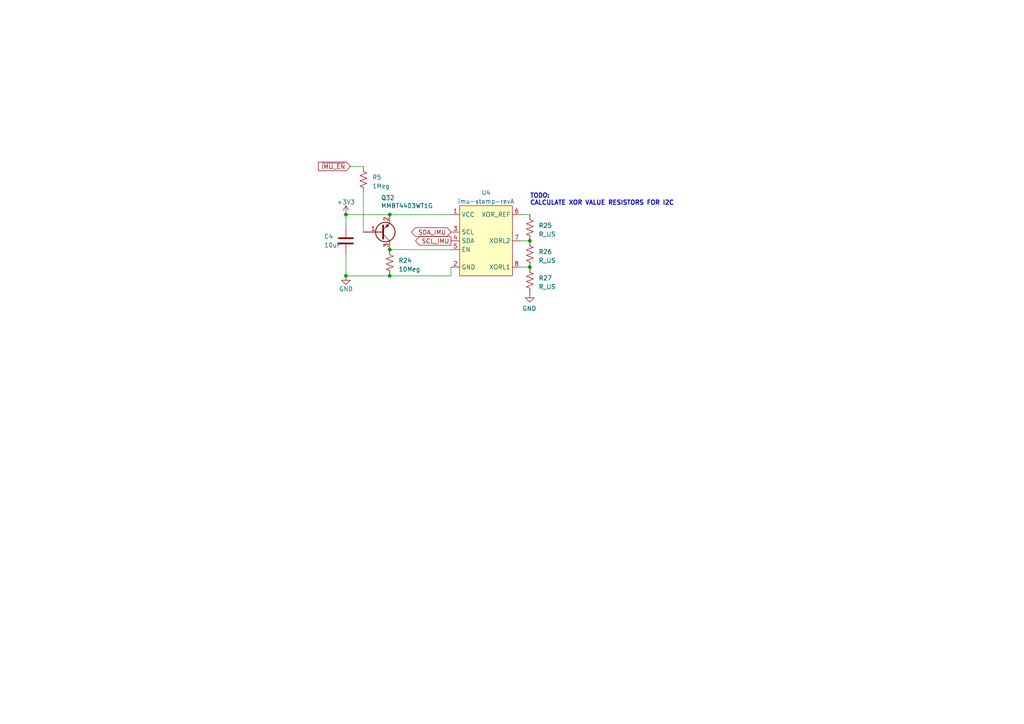
<source format=kicad_sch>
(kicad_sch (version 20230121) (generator eeschema)
  (paper "A4")
  (title_block (company "Sierra Lobo INC."))
  (lib_symbols
    (symbol "Device:C" (pin_numbers hide) (pin_names (offset 0.254))
      (property "Reference" "C" (at 0.635 2.54 0))
      (property "Value" "C" (at 0.635 -2.54 0))
      (symbol "C_0_1"
        (polyline (pts (xy -2.032 -0.762) (xy 2.032 -0.762)) (stroke (width 0.508)))
        (polyline (pts (xy -2.032 0.762) (xy 2.032 0.762)) (stroke (width 0.508)))
      )
      (symbol "C_1_1"
        (pin passive line (at 0 3.81 270) (length 2.794) (name "~") (number "1"))
        (pin passive line (at 0 -3.81 90) (length 2.794) (name "~") (number "2"))
      )
    )
    (symbol "Device:R_US" (pin_numbers hide) (pin_names (offset 0))
      (property "Reference" "R" (at 2.54 0 90))
      (property "Value" "R_US" (at -2.54 0 90))
      (symbol "R_US_0_1"
        (polyline (pts (xy 0 -2.286) (xy 0 -2.54)))
        (polyline (pts (xy 0 2.286) (xy 0 2.54)))
        (polyline (pts (xy 0 -0.762) (xy 1.016 -1.143) (xy 0 -1.524) (xy -1.016 -1.905) (xy 0 -2.286)))
        (polyline (pts (xy 0 0.762) (xy 1.016 0.381) (xy 0 0) (xy -1.016 -0.381) (xy 0 -0.762)))
        (polyline (pts (xy 0 2.286) (xy 1.016 1.905) (xy 0 1.524) (xy -1.016 1.143) (xy 0 0.762)))
      )
      (symbol "R_US_1_1"
        (pin passive line (at 0 3.81 270) (length 1.27) (name "~") (number "1"))
        (pin passive line (at 0 -3.81 90) (length 1.27) (name "~") (number "2"))
      )
    )
    (symbol "FP-Interface-Card:imu-stamp-revA"
      (property "Reference" "U" (at 0 3.81 0))
      (property "Value" "imu-stamp-revA" (at 0 1.27 0))
      (symbol "imu-stamp-revA_0_0"
        (pin unspecified line (at -10.16 -2.54 0) (length 2.54) (name "VCC") (number "1"))
        (pin unspecified line (at -10.16 -17.78 0) (length 2.54) hide (name "GND") (number "10"))
        (pin unspecified line (at -10.16 -17.78 0) (length 2.54) (name "GND") (number "2"))
        (pin unspecified line (at -10.16 -7.62 0) (length 2.54) (name "SCL") (number "3"))
        (pin unspecified line (at -10.16 -10.16 0) (length 2.54) (name "SDA") (number "4"))
        (pin unspecified line (at -10.16 -12.7 0) (length 2.54) (name "EN") (number "5"))
        (pin unspecified line (at 10.16 -2.54 180) (length 2.54) (name "XOR_REF") (number "6"))
        (pin unspecified line (at 10.16 -10.16 180) (length 2.54) (name "XORL2") (number "7"))
        (pin unspecified line (at 10.16 -17.78 180) (length 2.54) (name "XORL1") (number "8"))
        (pin unspecified line (at -10.16 -17.78 0) (length 2.54) hide (name "GND") (number "9"))
      )
      (symbol "imu-stamp-revA_0_1"
        (rectangle (start -7.62 0) (end 7.62 -20.32) (fill (type background)))
      )
    )
    (symbol "mainboard-rescue:Q_PNP_BEC-Device-mainboard-rescue" (pin_names (offset 0) hide)
      (property "Reference" "Q" (at 5.08 1.27 0))
      (property "Value" "Q_PNP_BEC-Device-mainboard-rescue" (at 5.08 -1.27 0))
      (symbol "Q_PNP_BEC-Device-mainboard-rescue_0_1"
        (polyline (pts (xy 0.635 0.635) (xy 2.54 2.54)))
        (polyline (pts (xy 0.635 -0.635) (xy 2.54 -2.54) (xy 2.54 -2.54)))
        (polyline (pts (xy 0.635 1.905) (xy 0.635 -1.905) (xy 0.635 -1.905)) (stroke (width 0.508)))
        (polyline (pts (xy 2.286 -1.778) (xy 1.778 -2.286) (xy 1.27 -1.27) (xy 2.286 -1.778) (xy 2.286 -1.778)) (fill (type outline)))
        (circle (center 1.27 0) (radius 2.8194) (stroke (width 0.254)))
      )
      (symbol "Q_PNP_BEC-Device-mainboard-rescue_1_1"
        (pin input line (at -5.08 0 0) (length 5.715) (name "B") (number "1"))
        (pin passive line (at 2.54 -5.08 90) (length 2.54) (name "E") (number "2"))
        (pin passive line (at 2.54 5.08 270) (length 2.54) (name "C") (number "3"))
      )
    )
    (symbol "power:+3.3V" (power) (pin_names (offset 0))
      (property "Value" "+3.3V" (at 0 3.556 0))
      (symbol "+3.3V_0_1"
        (polyline (pts (xy -0.762 1.27) (xy 0 2.54)))
        (polyline (pts (xy 0 0) (xy 0 2.54)))
        (polyline (pts (xy 0 2.54) (xy 0.762 1.27)))
      )
      (symbol "+3.3V_1_1"
        (pin power_in line (at 0 0 90) (length 0) hide (name "+3V3") (number "1"))
      )
    )
    (symbol "power:GND" (power) (pin_names (offset 0))
      (property "Value" "GND" (at 0 -3.81 0))
      (symbol "GND_0_1"
        (polyline (pts (xy 0 0) (xy 0 -1.27) (xy 1.27 -1.27) (xy 0 -2.54) (xy -1.27 -1.27) (xy 0 -1.27)))
      )
      (symbol "GND_1_1"
        (pin power_in line (at 0 0 270) (length 0) hide (name "GND") (number "1"))
      )
    )
  )
  (junction (at 113.03 62.23))
  (junction (at 153.67 77.47))
  (junction (at 100.33 62.23))
  (junction (at 100.33 80.01))
  (junction (at 153.67 69.85))
  (junction (at 113.03 72.39))
  (junction (at 113.03 80.01))
  (wire (pts (xy 151.13 62.23) (xy 153.67 62.23)))
  (wire (pts (xy 151.13 77.47) (xy 153.67 77.47)))
  (wire (pts (xy 105.41 55.88) (xy 105.41 67.31)))
  (wire (pts (xy 130.81 80.01) (xy 113.03 80.01)))
  (wire (pts (xy 113.03 72.39) (xy 130.81 72.39)))
  (wire (pts (xy 151.13 69.85) (xy 153.67 69.85)))
  (wire (pts (xy 113.03 62.23) (xy 130.81 62.23)))
  (wire (pts (xy 105.41 48.26) (xy 101.6 48.26)))
  (wire (pts (xy 100.33 62.23) (xy 113.03 62.23)))
  (wire (pts (xy 113.03 80.01) (xy 100.33 80.01)))
  (wire (pts (xy 100.33 73.66) (xy 100.33 80.01)))
  (wire (pts (xy 130.81 80.01) (xy 130.81 77.47)))
  (wire (pts (xy 100.33 62.23) (xy 100.33 66.04)))
  (text "TODO:\nCALCULATE XOR VALUE RESISTORS FOR I2C" (at 153.67 59.69 0) (effects (font (size 1.27 1.27) (thickness 0.254) bold) (justify left bottom)))
  (global_label "SCL_IMU" (shape output) (at 130.81 69.85 180) (property "Intersheetrefs" "${INTERSHEET_REFS}" (effects hide)))
  (global_label "SDA_IMU" (shape bidirectional) (at 130.81 67.31 180) (property "Intersheetrefs" "${INTERSHEET_REFS}" (effects hide)))
  (global_label "~{IMU_EN}" (shape input) (at 101.6 48.26 180) (property "Intersheetrefs" "${INTERSHEET_REFS}" (effects hide)))
  (symbol (lib_id "power:GND") (at 153.67 85.09 0) (mirror y) (unit 1)
    (property "Reference" "#PWR017" (effects hide))
    (property "Value" "GND" (at 153.543 89.4842 0))
    (instances (project "mainboard" (path "" (reference "#PWR017") (unit 1))) (project "FP Interface Card" (path "" (reference "#PWR05") (unit 1))))
  )
  (symbol (lib_id "Device:R_US") (at 105.41 52.07 0) (unit 1)
    (property "Reference" "R5" (at 107.95 51.435 0) (effects (justify left)))
    (property "Value" "1Meg" (at 107.95 53.975 0) (effects (justify left)))
    (instances (project "mainboard" (path "" (reference "R5") (unit 1))) (project "FP Interface Card" (path "" (reference "R20") (unit 1))))
  )
  (symbol (lib_id "Device:C") (at 100.33 69.85 0) (unit 1)
    (property "Reference" "C4" (at 93.98 68.58 0) (effects (justify left)))
    (property "Value" "10uF" (at 93.98 71.12 0) (effects (justify left)))
    (property "Footprint" "Capacitor_SMD:C_0805_2012Metric" (effects hide))
    (instances (project "mainboard" (path "" (reference "C4") (unit 1))) (project "FP Interface Card" (path "" (reference "C35") (unit 1)) (path "" (reference "C14") (unit 1))))
  )
  (symbol (lib_id "power:GND") (at 100.33 80.01 0) (mirror y) (unit 1)
    (property "Reference" "#PWR015" (effects hide))
    (property "Value" "GND" (at 100.33 83.82 0))
    (instances (project "mainboard" (path "" (reference "#PWR015") (unit 1))) (project "FP Interface Card" (path "" (reference "#PWR03") (unit 1))))
  )
  (symbol (lib_id "FP-Interface-Card:imu-stamp-revA") (at 140.97 59.69 0) (unit 1)
    (property "Reference" "U4" (at 140.97 55.88 0))
    (property "Value" "imu-stamp-revA" (at 140.97 58.42 0))
    (property "Footprint" "payload-interface-board:imu-stamp-revA-SMD" (effects hide))
    (instances (project "mainboard" (path "" (reference "U4") (unit 1))) (project "FP Interface Card" (path "" (reference "U3") (unit 1))))
  )
  (symbol (lib_id "Device:R_US") (at 113.03 76.2 0) (unit 1)
    (property "Reference" "R24" (at 115.57 75.565 0) (effects (justify left)))
    (property "Value" "10Meg" (at 115.57 78.105 0) (effects (justify left)))
    (instances (project "mainboard" (path "" (reference "R24") (unit 1))) (project "FP Interface Card" (path "" (reference "R20") (unit 1))))
  )
  (symbol (lib_id "Device:R_US") (at 153.67 73.66 0) (unit 1)
    (property "Reference" "R26" (at 156.21 73.025 0) (effects (justify left)))
    (property "Value" "R_US" (at 156.21 75.565 0) (effects (justify left)))
    (instances (project "mainboard" (path "" (reference "R26") (unit 1))) (project "FP Interface Card" (path "" (reference "R19") (unit 1))))
  )
  (symbol (lib_id "Device:R_US") (at 153.67 81.28 0) (unit 1)
    (property "Reference" "R27" (at 156.21 80.645 0) (effects (justify left)))
    (property "Value" "R_US" (at 156.21 83.185 0) (effects (justify left)))
    (instances (project "mainboard" (path "" (reference "R27") (unit 1))) (project "FP Interface Card" (path "" (reference "R20") (unit 1))))
  )
  (symbol (lib_id "Device:R_US") (at 153.67 66.04 0) (unit 1)
    (property "Reference" "R25" (at 156.21 65.405 0) (effects (justify left)))
    (property "Value" "R_US" (at 156.21 67.945 0) (effects (justify left)))
    (instances (project "mainboard" (path "" (reference "R25") (unit 1))) (project "FP Interface Card" (path "" (reference "R18") (unit 1))))
  )
  (symbol (lib_id "power:+3.3V") (at 100.33 62.23 0) (unit 1)
    (property "Reference" "#PWR09" (effects hide))
    (property "Value" "+3.3V" (at 100.33 58.6255 0))
    (instances (project "mainboard" (path "" (reference "#PWR09") (unit 1))) (project "FP Interface Card" (path "" (reference "#PWR02") (unit 1))))
  )
  (symbol (lib_id "mainboard-rescue:Q_PNP_BEC-Device-mainboard-rescue") (at 110.49 67.31 0) (mirror x) (unit 1)
    (property "Reference" "Q32" (at 110.49 57.3786 0) (effects (justify left)))
    (property "Value" "MMBT4403WT1G" (at 110.49 59.69 0) (effects (justify left)))
    (property "Footprint" "Package_TO_SOT_SMD:SOT-323_SC-70" (effects hide))
    (property "Datasheet" "MMBT4403WT1G" (effects hide))
    (instances (project "mainboard" (path "" (reference "Q32") (unit 1)) (path "" (reference "Q17") (unit 1)) (path "" (reference "Q41") (unit 1))))
  )
)
</source>
